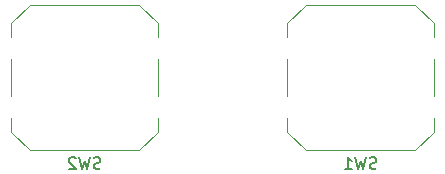
<source format=gbr>
%TF.GenerationSoftware,KiCad,Pcbnew,8.0.3*%
%TF.CreationDate,2024-08-21T11:04:36-06:00*%
%TF.ProjectId,controller,636f6e74-726f-46c6-9c65-722e6b696361,rev?*%
%TF.SameCoordinates,Original*%
%TF.FileFunction,Legend,Bot*%
%TF.FilePolarity,Positive*%
%FSLAX46Y46*%
G04 Gerber Fmt 4.6, Leading zero omitted, Abs format (unit mm)*
G04 Created by KiCad (PCBNEW 8.0.3) date 2024-08-21 11:04:36*
%MOMM*%
%LPD*%
G01*
G04 APERTURE LIST*
%ADD10C,0.150000*%
%ADD11C,0.120000*%
G04 APERTURE END LIST*
D10*
X112839332Y-69865200D02*
X112696475Y-69912819D01*
X112696475Y-69912819D02*
X112458380Y-69912819D01*
X112458380Y-69912819D02*
X112363142Y-69865200D01*
X112363142Y-69865200D02*
X112315523Y-69817580D01*
X112315523Y-69817580D02*
X112267904Y-69722342D01*
X112267904Y-69722342D02*
X112267904Y-69627104D01*
X112267904Y-69627104D02*
X112315523Y-69531866D01*
X112315523Y-69531866D02*
X112363142Y-69484247D01*
X112363142Y-69484247D02*
X112458380Y-69436628D01*
X112458380Y-69436628D02*
X112648856Y-69389009D01*
X112648856Y-69389009D02*
X112744094Y-69341390D01*
X112744094Y-69341390D02*
X112791713Y-69293771D01*
X112791713Y-69293771D02*
X112839332Y-69198533D01*
X112839332Y-69198533D02*
X112839332Y-69103295D01*
X112839332Y-69103295D02*
X112791713Y-69008057D01*
X112791713Y-69008057D02*
X112744094Y-68960438D01*
X112744094Y-68960438D02*
X112648856Y-68912819D01*
X112648856Y-68912819D02*
X112410761Y-68912819D01*
X112410761Y-68912819D02*
X112267904Y-68960438D01*
X111934570Y-68912819D02*
X111696475Y-69912819D01*
X111696475Y-69912819D02*
X111505999Y-69198533D01*
X111505999Y-69198533D02*
X111315523Y-69912819D01*
X111315523Y-69912819D02*
X111077428Y-68912819D01*
X110744094Y-69008057D02*
X110696475Y-68960438D01*
X110696475Y-68960438D02*
X110601237Y-68912819D01*
X110601237Y-68912819D02*
X110363142Y-68912819D01*
X110363142Y-68912819D02*
X110267904Y-68960438D01*
X110267904Y-68960438D02*
X110220285Y-69008057D01*
X110220285Y-69008057D02*
X110172666Y-69103295D01*
X110172666Y-69103295D02*
X110172666Y-69198533D01*
X110172666Y-69198533D02*
X110220285Y-69341390D01*
X110220285Y-69341390D02*
X110791713Y-69912819D01*
X110791713Y-69912819D02*
X110172666Y-69912819D01*
X136207332Y-69865200D02*
X136064475Y-69912819D01*
X136064475Y-69912819D02*
X135826380Y-69912819D01*
X135826380Y-69912819D02*
X135731142Y-69865200D01*
X135731142Y-69865200D02*
X135683523Y-69817580D01*
X135683523Y-69817580D02*
X135635904Y-69722342D01*
X135635904Y-69722342D02*
X135635904Y-69627104D01*
X135635904Y-69627104D02*
X135683523Y-69531866D01*
X135683523Y-69531866D02*
X135731142Y-69484247D01*
X135731142Y-69484247D02*
X135826380Y-69436628D01*
X135826380Y-69436628D02*
X136016856Y-69389009D01*
X136016856Y-69389009D02*
X136112094Y-69341390D01*
X136112094Y-69341390D02*
X136159713Y-69293771D01*
X136159713Y-69293771D02*
X136207332Y-69198533D01*
X136207332Y-69198533D02*
X136207332Y-69103295D01*
X136207332Y-69103295D02*
X136159713Y-69008057D01*
X136159713Y-69008057D02*
X136112094Y-68960438D01*
X136112094Y-68960438D02*
X136016856Y-68912819D01*
X136016856Y-68912819D02*
X135778761Y-68912819D01*
X135778761Y-68912819D02*
X135635904Y-68960438D01*
X135302570Y-68912819D02*
X135064475Y-69912819D01*
X135064475Y-69912819D02*
X134873999Y-69198533D01*
X134873999Y-69198533D02*
X134683523Y-69912819D01*
X134683523Y-69912819D02*
X134445428Y-68912819D01*
X133540666Y-69912819D02*
X134112094Y-69912819D01*
X133826380Y-69912819D02*
X133826380Y-68912819D01*
X133826380Y-68912819D02*
X133921618Y-69055676D01*
X133921618Y-69055676D02*
X134016856Y-69150914D01*
X134016856Y-69150914D02*
X134112094Y-69198533D01*
D11*
%TO.C,SW2*%
X105306000Y-57558000D02*
X105306000Y-58708000D01*
X105306000Y-60608000D02*
X105306000Y-63708000D01*
X105306000Y-66758000D02*
X105306000Y-65608000D01*
X106906000Y-56008000D02*
X105306000Y-57558000D01*
X106906000Y-68308000D02*
X105306000Y-66758000D01*
X116106000Y-56008000D02*
X106906000Y-56008000D01*
X116106000Y-68308000D02*
X106906000Y-68308000D01*
X117706000Y-57558000D02*
X116106000Y-56008000D01*
X117706000Y-57558000D02*
X117706000Y-58708000D01*
X117706000Y-60608000D02*
X117706000Y-63708000D01*
X117706000Y-66758000D02*
X116106000Y-68308000D01*
X117706000Y-66758000D02*
X117706000Y-65608000D01*
%TO.C,SW1*%
X128674000Y-57558000D02*
X128674000Y-58708000D01*
X128674000Y-60608000D02*
X128674000Y-63708000D01*
X128674000Y-66758000D02*
X128674000Y-65608000D01*
X130274000Y-56008000D02*
X128674000Y-57558000D01*
X130274000Y-68308000D02*
X128674000Y-66758000D01*
X139474000Y-56008000D02*
X130274000Y-56008000D01*
X139474000Y-68308000D02*
X130274000Y-68308000D01*
X141074000Y-57558000D02*
X139474000Y-56008000D01*
X141074000Y-57558000D02*
X141074000Y-58708000D01*
X141074000Y-60608000D02*
X141074000Y-63708000D01*
X141074000Y-66758000D02*
X139474000Y-68308000D01*
X141074000Y-66758000D02*
X141074000Y-65608000D01*
%TD*%
M02*

</source>
